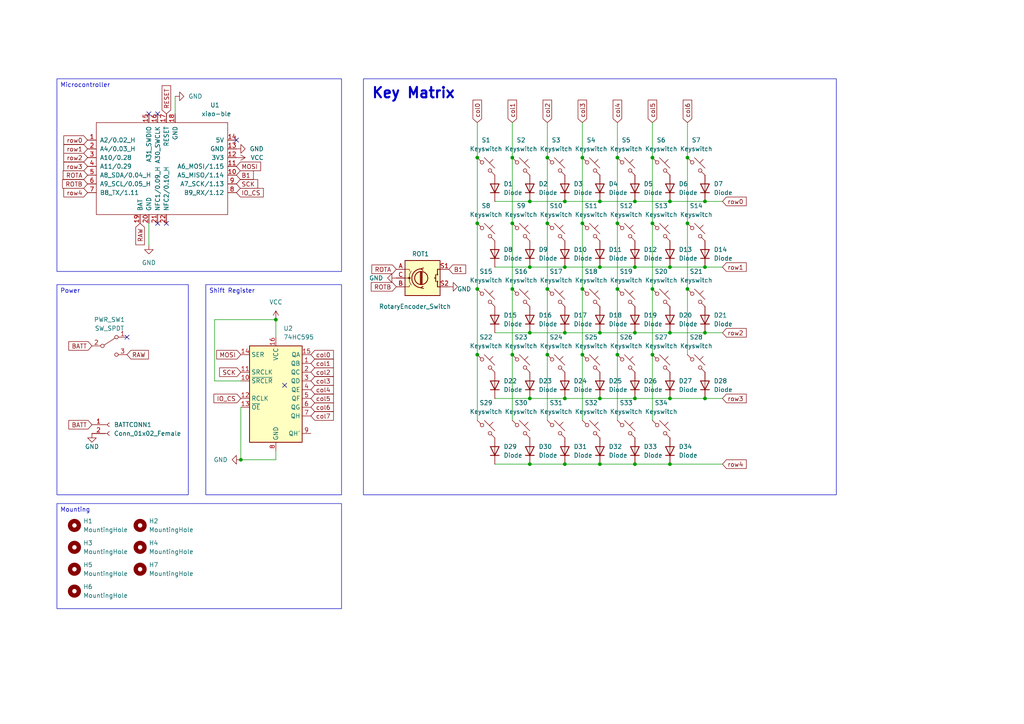
<source format=kicad_sch>
(kicad_sch (version 20231120) (generator "eeschema") (generator_version "8.0")
  (paper "A4")
  (lib_symbols
    (symbol "74xx:74HC595"
      (property "Reference" "U" (at -7.62 13.97 0))
      (property "Value" "74HC595" (at -7.62 -16.51 0))
      (symbol "74HC595_1_0"
        (pin tri_state line (at 10.16 7.62 180) (length 2.54) (name "QB") (number "1"))
        (pin input line (at -10.16 2.54 0) (length 2.54) (name "~{SRCLR}") (number "10"))
        (pin input line (at -10.16 5.08 0) (length 2.54) (name "SRCLK") (number "11"))
        (pin input line (at -10.16 -2.54 0) (length 2.54) (name "RCLK") (number "12"))
        (pin input line (at -10.16 -5.08 0) (length 2.54) (name "~{OE}") (number "13"))
        (pin input line (at -10.16 10.16 0) (length 2.54) (name "SER") (number "14"))
        (pin tri_state line (at 10.16 10.16 180) (length 2.54) (name "QA") (number "15"))
        (pin power_in line (at 0 15.24 270) (length 2.54) (name "VCC") (number "16"))
        (pin tri_state line (at 10.16 5.08 180) (length 2.54) (name "QC") (number "2"))
        (pin tri_state line (at 10.16 2.54 180) (length 2.54) (name "QD") (number "3"))
        (pin tri_state line (at 10.16 0 180) (length 2.54) (name "QE") (number "4"))
        (pin tri_state line (at 10.16 -2.54 180) (length 2.54) (name "QF") (number "5"))
        (pin tri_state line (at 10.16 -5.08 180) (length 2.54) (name "QG") (number "6"))
        (pin tri_state line (at 10.16 -7.62 180) (length 2.54) (name "QH") (number "7"))
        (pin power_in line (at 0 -17.78 90) (length 2.54) (name "GND") (number "8"))
        (pin output line (at 10.16 -12.7 180) (length 2.54) (name "QH'") (number "9"))
      )
      (symbol "74HC595_1_1"
        (rectangle (start -7.62 12.7) (end 7.62 -15.24) (stroke (width 0.254)) (fill (type background)))
      )
    )
    (symbol "Connector:Conn_01x02_Female" (pin_names (offset 1.016) hide)
      (property "Reference" "J" (at 0 2.54 0))
      (property "Value" "Conn_01x02_Female" (at 0 -5.08 0))
      (symbol "Conn_01x02_Female_1_1"
        (arc (start 0 -2.032) (mid -0.5058 -2.54) (end 0 -3.048) (stroke (width 0.1524)))
        (polyline (pts (xy -1.27 -2.54) (xy -0.508 -2.54)) (stroke (width 0.1524)))
        (polyline (pts (xy -1.27 0) (xy -0.508 0)) (stroke (width 0.1524)))
        (arc (start 0 0.508) (mid -0.5058 0) (end 0 -0.508) (stroke (width 0.1524)))
        (pin passive line (at -5.08 0 0) (length 3.81) (name "Pin_1") (number "1"))
        (pin passive line (at -5.08 -2.54 0) (length 3.81) (name "Pin_2") (number "2"))
      )
    )
    (symbol "Device:RotaryEncoder_Switch" (pin_names (offset 0.254) hide)
      (property "Reference" "SW" (at 0 6.604 0))
      (property "Value" "RotaryEncoder_Switch" (at 0 -6.604 0))
      (symbol "RotaryEncoder_Switch_0_1"
        (rectangle (start -5.08 5.08) (end 5.08 -5.08) (stroke (width 0.254)) (fill (type background)))
        (circle (center -3.81 0) (radius 0.254) (fill (type outline)))
        (circle (center -0.381 0) (radius 1.905) (stroke (width 0.254)))
        (arc (start -0.381 2.667) (mid -3.0988 -0.0635) (end -0.381 -2.794) (stroke (width 0.254)))
        (polyline (pts (xy -0.635 -1.778) (xy -0.635 1.778)) (stroke (width 0.254)))
        (polyline (pts (xy -0.381 -1.778) (xy -0.381 1.778)) (stroke (width 0.254)))
        (polyline (pts (xy -0.127 1.778) (xy -0.127 -1.778)) (stroke (width 0.254)))
        (polyline (pts (xy 3.81 0) (xy 3.429 0)) (stroke (width 0.254)))
        (polyline (pts (xy 3.81 1.016) (xy 3.81 -1.016)) (stroke (width 0.254)))
        (polyline (pts (xy -5.08 -2.54) (xy -3.81 -2.54) (xy -3.81 -2.032)))
        (polyline (pts (xy -5.08 2.54) (xy -3.81 2.54) (xy -3.81 2.032)))
        (polyline (pts (xy 0.254 -3.048) (xy -0.508 -2.794) (xy 0.127 -2.413)) (stroke (width 0.254)))
        (polyline (pts (xy 0.254 2.921) (xy -0.508 2.667) (xy 0.127 2.286)) (stroke (width 0.254)))
        (polyline (pts (xy 5.08 -2.54) (xy 4.318 -2.54) (xy 4.318 -1.016)) (stroke (width 0.254)))
        (polyline (pts (xy 5.08 2.54) (xy 4.318 2.54) (xy 4.318 1.016)) (stroke (width 0.254)))
        (polyline (pts (xy -5.08 0) (xy -3.81 0) (xy -3.81 -1.016) (xy -3.302 -2.032)))
        (polyline (pts (xy -4.318 0) (xy -3.81 0) (xy -3.81 1.016) (xy -3.302 2.032)))
        (circle (center 4.318 -1.016) (radius 0.127) (stroke (width 0.254)))
        (circle (center 4.318 1.016) (radius 0.127) (stroke (width 0.254)))
      )
      (symbol "RotaryEncoder_Switch_1_1"
        (pin passive line (at -7.62 2.54 0) (length 2.54) (name "A") (number "A"))
        (pin passive line (at -7.62 -2.54 0) (length 2.54) (name "B") (number "B"))
        (pin passive line (at -7.62 0 0) (length 2.54) (name "C") (number "C"))
        (pin passive line (at 7.62 2.54 180) (length 2.54) (name "S1") (number "S1"))
        (pin passive line (at 7.62 -2.54 180) (length 2.54) (name "S2") (number "S2"))
      )
    )
    (symbol "Mechanical:MountingHole" (pin_names (offset 1.016)) (exclude_from_sim yes) (in_bom no)
      (property "Reference" "H" (at 0 5.08 0))
      (property "Value" "MountingHole" (at 0 3.175 0))
      (symbol "MountingHole_0_1"
        (circle (center 0 0) (radius 1.27) (stroke (width 1.27)))
      )
    )
    (symbol "ScottoKeebs:Placeholder_Diode" (pin_numbers hide) (pin_names hide)
      (property "Reference" "D" (at 0 2.54 0))
      (property "Value" "Diode" (at 0 -2.54 0))
      (symbol "Placeholder_Diode_0_1"
        (polyline (pts (xy -1.27 1.27) (xy -1.27 -1.27)) (stroke (width 0.254)))
        (polyline (pts (xy 1.27 0) (xy -1.27 0)))
        (polyline (pts (xy 1.27 1.27) (xy 1.27 -1.27) (xy -1.27 0) (xy 1.27 1.27)) (stroke (width 0.254)))
      )
      (symbol "Placeholder_Diode_1_1"
        (pin passive line (at -3.81 0 0) (length 2.54) (name "K") (number "1"))
        (pin passive line (at 3.81 0 180) (length 2.54) (name "A") (number "2"))
      )
    )
    (symbol "ScottoKeebs:Placeholder_Keyswitch" (pin_numbers hide) (pin_names (offset 1.016) hide)
      (property "Reference" "S" (at 3.048 1.016 0))
      (property "Value" "Keyswitch" (at 0 -3.81 0))
      (symbol "Placeholder_Keyswitch_0_1"
        (circle (center -1.1684 1.1684) (radius 0.508))
        (polyline (pts (xy -0.508 2.54) (xy 2.54 -0.508)))
        (polyline (pts (xy 1.016 1.016) (xy 2.032 2.032)))
        (polyline (pts (xy -2.54 2.54) (xy -1.524 1.524) (xy -1.524 1.524)))
        (polyline (pts (xy 1.524 -1.524) (xy 2.54 -2.54) (xy 2.54 -2.54) (xy 2.54 -2.54)))
        (circle (center 1.143 -1.1938) (radius 0.508))
        (pin passive line (at -2.54 2.54 0) (length 0) (name "1") (number "1"))
        (pin passive line (at 2.54 -2.54 180) (length 0) (name "2") (number "2"))
      )
    )
    (symbol "Switch:SW_SPDT" (pin_names (offset 0) hide)
      (property "Reference" "SW" (at 0 4.318 0))
      (property "Value" "SW_SPDT" (at 0 -5.08 0))
      (symbol "SW_SPDT_0_0"
        (circle (center -2.032 0) (radius 0.508))
        (circle (center 2.032 -2.54) (radius 0.508))
      )
      (symbol "SW_SPDT_0_1"
        (polyline (pts (xy -1.524 0.254) (xy 1.651 2.286)))
        (circle (center 2.032 2.54) (radius 0.508))
      )
      (symbol "SW_SPDT_1_1"
        (pin passive line (at 5.08 2.54 180) (length 2.54) (name "A") (number "1"))
        (pin passive line (at -5.08 0 0) (length 2.54) (name "B") (number "2"))
        (pin passive line (at 5.08 -2.54 180) (length 2.54) (name "C") (number "3"))
      )
    )
    (symbol "power:GND" (power) (pin_names (offset 0))
      (property "Value" "GND" (at 0 -3.81 0))
      (symbol "GND_0_1"
        (polyline (pts (xy 0 0) (xy 0 -1.27) (xy 1.27 -1.27) (xy 0 -2.54) (xy -1.27 -1.27) (xy 0 -1.27)))
      )
      (symbol "GND_1_1"
        (pin power_in line (at 0 0 270) (length 0) hide (name "GND") (number "1"))
      )
    )
    (symbol "power:VCC" (power) (pin_names (offset 0))
      (property "Value" "VCC" (at 0 3.81 0))
      (symbol "VCC_0_1"
        (polyline (pts (xy -0.762 1.27) (xy 0 2.54)))
        (polyline (pts (xy 0 0) (xy 0 2.54)))
        (polyline (pts (xy 0 2.54) (xy 0.762 1.27)))
      )
      (symbol "VCC_1_1"
        (pin power_in line (at 0 0 90) (length 0) hide (name "VCC") (number "1"))
      )
    )
    (symbol "zzkeeb:MCU_xiao-ble" (pin_names (offset 1.016))
      (property "Reference" "U" (at -17.78 16.51 0))
      (property "Value" "MCU_xiao-ble" (at -15.24 13.97 0))
      (symbol "MCU_xiao-ble_0_1"
        (rectangle (start -19.05 12.7) (end 19.05 -13.97))
      )
      (symbol "MCU_xiao-ble_1_1"
        (pin bidirectional line (at -21.59 7.62 0) (length 2.54) (name "A2/0.02_H") (number "1"))
        (pin bidirectional line (at 21.59 -2.54 180) (length 2.54) (name "A5_MISO/1.14") (number "10"))
        (pin bidirectional line (at 21.59 0 180) (length 2.54) (name "A6_MOSI/1.15") (number "11"))
        (pin power_out line (at 21.59 2.54 180) (length 2.54) (name "3V3") (number "12"))
        (pin power_out line (at 21.59 5.08 180) (length 2.54) (name "GND") (number "13"))
        (pin power_out line (at 21.59 7.62 180) (length 2.54) (name "5V") (number "14"))
        (pin input line (at -3.81 15.24 270) (length 2.54) (name "A31_SWDIO") (number "15"))
        (pin input line (at -1.27 15.24 270) (length 2.54) (name "A30_SWCLK") (number "16"))
        (pin input line (at 1.27 15.24 270) (length 2.54) (name "RESET") (number "17"))
        (pin power_out line (at 3.81 15.24 270) (length 2.54) (name "GND") (number "18"))
        (pin bidirectional line (at -6.35 -16.51 90) (length 2.54) (name "BAT") (number "19"))
        (pin bidirectional line (at -21.59 5.08 0) (length 2.54) (name "A4/0.03_H") (number "2"))
        (pin power_out line (at -3.81 -16.51 90) (length 2.54) (name "GND") (number "20"))
        (pin bidirectional line (at -1.27 -16.51 90) (length 2.54) (name "NFC1/0.09_H") (number "21"))
        (pin bidirectional line (at 1.27 -16.51 90) (length 2.54) (name "NFC2/0.10_H") (number "22"))
        (pin bidirectional line (at -21.59 2.54 0) (length 2.54) (name "A10/0.28") (number "3"))
        (pin bidirectional line (at -21.59 0 0) (length 2.54) (name "A11/0.29") (number "4"))
        (pin bidirectional line (at -21.59 -2.54 0) (length 2.54) (name "A8_SDA/0.04_H") (number "5"))
        (pin bidirectional line (at -21.59 -5.08 0) (length 2.54) (name "A9_SCL/0.05_H") (number "6"))
        (pin bidirectional line (at -21.59 -7.62 0) (length 2.54) (name "B8_TX/1.11") (number "7"))
        (pin bidirectional line (at 21.59 -7.62 180) (length 2.54) (name "B9_RX/1.12") (number "8"))
        (pin bidirectional line (at 21.59 -5.08 180) (length 2.54) (name "A7_SCK/1.13") (number "9"))
      )
    )
  )
  (junction (at 194.31 77.47))
  (junction (at 199.39 64.77))
  (junction (at 173.99 77.47))
  (junction (at 189.23 83.82))
  (junction (at 179.07 45.72))
  (junction (at 69.85 133.35))
  (junction (at 138.43 102.87))
  (junction (at 179.07 102.87))
  (junction (at 158.75 45.72))
  (junction (at 138.43 45.72))
  (junction (at 153.67 58.42))
  (junction (at 80.01 92.71))
  (junction (at 138.43 83.82))
  (junction (at 204.47 77.47))
  (junction (at 184.15 58.42))
  (junction (at 199.39 45.72))
  (junction (at 153.67 115.57))
  (junction (at 168.91 45.72))
  (junction (at 148.59 64.77))
  (junction (at 194.31 115.57))
  (junction (at 179.07 64.77))
  (junction (at 163.83 134.62))
  (junction (at 179.07 83.82))
  (junction (at 148.59 45.72))
  (junction (at 173.99 134.62))
  (junction (at 189.23 45.72))
  (junction (at 184.15 96.52))
  (junction (at 189.23 64.77))
  (junction (at 173.99 58.42))
  (junction (at 194.31 58.42))
  (junction (at 163.83 96.52))
  (junction (at 194.31 96.52))
  (junction (at 194.31 134.62))
  (junction (at 204.47 96.52))
  (junction (at 153.67 77.47))
  (junction (at 153.67 134.62))
  (junction (at 173.99 96.52))
  (junction (at 153.67 96.52))
  (junction (at 163.83 58.42))
  (junction (at 148.59 83.82))
  (junction (at 168.91 83.82))
  (junction (at 189.23 102.87))
  (junction (at 184.15 77.47))
  (junction (at 158.75 64.77))
  (junction (at 138.43 64.77))
  (junction (at 184.15 134.62))
  (junction (at 173.99 115.57))
  (junction (at 163.83 115.57))
  (junction (at 168.91 64.77))
  (junction (at 148.59 102.87))
  (junction (at 158.75 102.87))
  (junction (at 158.75 83.82))
  (junction (at 204.47 115.57))
  (junction (at 163.83 77.47))
  (junction (at 204.47 58.42))
  (junction (at 168.91 102.87))
  (junction (at 184.15 115.57))
  (junction (at 199.39 83.82))
  (no_connect (at 43.18 33.02))
  (no_connect (at 36.83 97.79))
  (no_connect (at 82.55 111.76))
  (no_connect (at 68.58 40.64))
  (no_connect (at 45.72 33.02))
  (no_connect (at 45.72 64.77))
  (no_connect (at 48.26 64.77))
  (wire (pts (xy 204.47 58.42) (xy 209.55 58.42)))
  (wire (pts (xy 194.31 96.52) (xy 204.47 96.52)))
  (wire (pts (xy 143.51 77.47) (xy 153.67 77.47)))
  (wire (pts (xy 179.07 35.56) (xy 179.07 45.72)))
  (wire (pts (xy 153.67 134.62) (xy 163.83 134.62)))
  (wire (pts (xy 179.07 64.77) (xy 179.07 83.82)))
  (wire (pts (xy 158.75 45.72) (xy 158.75 64.77)))
  (wire (pts (xy 168.91 35.56) (xy 168.91 45.72)))
  (wire (pts (xy 158.75 102.87) (xy 158.75 121.92)))
  (wire (pts (xy 199.39 83.82) (xy 199.39 102.87)))
  (wire (pts (xy 138.43 35.56) (xy 138.43 45.72)))
  (wire (pts (xy 163.83 115.57) (xy 173.99 115.57)))
  (wire (pts (xy 168.91 45.72) (xy 168.91 64.77)))
  (wire (pts (xy 168.91 102.87) (xy 168.91 121.92)))
  (wire (pts (xy 168.91 64.77) (xy 168.91 83.82)))
  (wire (pts (xy 173.99 134.62) (xy 184.15 134.62)))
  (wire (pts (xy 62.23 92.71) (xy 80.01 92.71)))
  (wire (pts (xy 189.23 45.72) (xy 189.23 64.77)))
  (wire (pts (xy 43.18 71.12) (xy 43.18 64.77)))
  (wire (pts (xy 153.67 96.52) (xy 163.83 96.52)))
  (wire (pts (xy 138.43 45.72) (xy 138.43 64.77)))
  (wire (pts (xy 189.23 64.77) (xy 189.23 83.82)))
  (wire (pts (xy 163.83 96.52) (xy 173.99 96.52)))
  (wire (pts (xy 153.67 115.57) (xy 163.83 115.57)))
  (wire (pts (xy 199.39 35.56) (xy 199.39 45.72)))
  (wire (pts (xy 179.07 102.87) (xy 179.07 121.92)))
  (wire (pts (xy 199.39 45.72) (xy 199.39 64.77)))
  (wire (pts (xy 158.75 83.82) (xy 158.75 102.87)))
  (wire (pts (xy 184.15 58.42) (xy 194.31 58.42)))
  (wire (pts (xy 184.15 115.57) (xy 194.31 115.57)))
  (wire (pts (xy 143.51 58.42) (xy 153.67 58.42)))
  (wire (pts (xy 173.99 58.42) (xy 184.15 58.42)))
  (wire (pts (xy 80.01 92.71) (xy 80.01 97.79)))
  (wire (pts (xy 194.31 115.57) (xy 204.47 115.57)))
  (wire (pts (xy 138.43 83.82) (xy 138.43 102.87)))
  (wire (pts (xy 194.31 58.42) (xy 204.47 58.42)))
  (wire (pts (xy 153.67 58.42) (xy 163.83 58.42)))
  (wire (pts (xy 69.85 118.11) (xy 69.85 133.35)))
  (wire (pts (xy 184.15 134.62) (xy 194.31 134.62)))
  (wire (pts (xy 158.75 64.77) (xy 158.75 83.82)))
  (wire (pts (xy 204.47 115.57) (xy 209.55 115.57)))
  (wire (pts (xy 148.59 83.82) (xy 148.59 102.87)))
  (wire (pts (xy 69.85 133.35) (xy 80.01 133.35)))
  (wire (pts (xy 189.23 102.87) (xy 189.23 121.92)))
  (wire (pts (xy 138.43 102.87) (xy 138.43 121.92)))
  (wire (pts (xy 148.59 64.77) (xy 148.59 83.82)))
  (wire (pts (xy 184.15 77.47) (xy 194.31 77.47)))
  (wire (pts (xy 204.47 77.47) (xy 209.55 77.47)))
  (wire (pts (xy 143.51 115.57) (xy 153.67 115.57)))
  (wire (pts (xy 163.83 58.42) (xy 173.99 58.42)))
  (wire (pts (xy 199.39 64.77) (xy 199.39 83.82)))
  (wire (pts (xy 148.59 35.56) (xy 148.59 45.72)))
  (wire (pts (xy 189.23 83.82) (xy 189.23 102.87)))
  (wire (pts (xy 173.99 115.57) (xy 184.15 115.57)))
  (wire (pts (xy 189.23 35.56) (xy 189.23 45.72)))
  (wire (pts (xy 179.07 83.82) (xy 179.07 102.87)))
  (wire (pts (xy 194.31 77.47) (xy 204.47 77.47)))
  (wire (pts (xy 80.01 130.81) (xy 80.01 133.35)))
  (wire (pts (xy 173.99 77.47) (xy 184.15 77.47)))
  (wire (pts (xy 158.75 35.56) (xy 158.75 45.72)))
  (wire (pts (xy 143.51 134.62) (xy 153.67 134.62)))
  (wire (pts (xy 179.07 45.72) (xy 179.07 64.77)))
  (wire (pts (xy 143.51 96.52) (xy 153.67 96.52)))
  (wire (pts (xy 69.85 110.49) (xy 62.23 110.49)))
  (wire (pts (xy 163.83 77.47) (xy 173.99 77.47)))
  (wire (pts (xy 148.59 102.87) (xy 148.59 121.92)))
  (wire (pts (xy 50.8 27.94) (xy 50.8 33.02)))
  (wire (pts (xy 168.91 83.82) (xy 168.91 102.87)))
  (wire (pts (xy 62.23 110.49) (xy 62.23 92.71)))
  (wire (pts (xy 148.59 45.72) (xy 148.59 64.77)))
  (wire (pts (xy 184.15 96.52) (xy 194.31 96.52)))
  (wire (pts (xy 138.43 64.77) (xy 138.43 83.82)))
  (wire (pts (xy 163.83 134.62) (xy 173.99 134.62)))
  (wire (pts (xy 194.31 134.62) (xy 209.55 134.62)))
  (wire (pts (xy 173.99 96.52) (xy 184.15 96.52)))
  (wire (pts (xy 204.47 96.52) (xy 209.55 96.52)))
  (wire (pts (xy 153.67 77.47) (xy 163.83 77.47)))
  (text_box "Microcontroller\n" (at 16.51 22.86 0) (size 82.55 55.88) (effects (font (size 1.27 1.27)) (justify left top)))
  (text_box "Power\n" (at 16.51 82.55 0) (size 38.1 60.96) (effects (font (size 1.27 1.27)) (justify left top)))
  (text_box "Shift Register" (at 59.69 82.55 0) (size 39.37 60.96) (effects (font (size 1.27 1.27)) (justify left top)))
  (text_box "Key Matrix\n" (at 105.41 22.86 0) (size 137.16 120.65) (effects (font (size 3 3) (thickness 0.6) (bold yes)) (justify left top)))
  (text_box "Mounting\n" (at 16.51 146.05 0) (size 82.55 30.48) (effects (font (size 1.27 1.27)) (justify left top)))
  (global_label "row4" (shape input) (at 25.4 55.88 180) (property "Intersheetrefs" "${INTERSHEET_REFS}" (effects (hide yes))))
  (global_label "RAW" (shape input) (at 40.64 64.77 270) (property "Intersheetrefs" "${INTERSHEET_REFS}" (effects (hide yes))))
  (global_label "IO_CS" (shape input) (at 68.58 55.88 0) (property "Intersheetrefs" "${INTERSHEET_REFS}" (effects (hide yes))))
  (global_label "RESET" (shape input) (at 48.26 33.02 90) (property "Intersheetrefs" "${INTERSHEET_REFS}" (effects (hide yes))))
  (global_label "col7" (shape input) (at 90.17 120.65 0) (property "Intersheetrefs" "${INTERSHEET_REFS}" (effects (hide yes))))
  (global_label "row2" (shape input) (at 25.4 45.72 180) (property "Intersheetrefs" "${INTERSHEET_REFS}" (effects (hide yes))))
  (global_label "row3" (shape input) (at 25.4 48.26 180) (property "Intersheetrefs" "${INTERSHEET_REFS}" (effects (hide yes))))
  (global_label "row0" (shape input) (at 25.4 40.64 180) (property "Intersheetrefs" "${INTERSHEET_REFS}" (effects (hide yes))))
  (global_label "RAW" (shape input) (at 36.83 102.87 0) (property "Intersheetrefs" "${INTERSHEET_REFS}" (effects (hide yes))))
  (global_label "ROTB" (shape input) (at 114.935 83.185 180) (property "Intersheetrefs" "${INTERSHEET_REFS}" (effects (hide yes))))
  (global_label "row0" (shape input) (at 209.55 58.42 0) (property "Intersheetrefs" "${INTERSHEET_REFS}" (effects (hide yes))))
  (global_label "MOSI" (shape input) (at 69.85 102.87 180) (property "Intersheetrefs" "${INTERSHEET_REFS}" (effects (hide yes))))
  (global_label "col4" (shape input) (at 90.17 113.03 0) (property "Intersheetrefs" "${INTERSHEET_REFS}" (effects (hide yes))))
  (global_label "col6" (shape input) (at 199.39 35.56 90) (property "Intersheetrefs" "${INTERSHEET_REFS}" (effects (hide yes))))
  (global_label "col0" (shape input) (at 138.43 35.56 90) (property "Intersheetrefs" "${INTERSHEET_REFS}" (effects (hide yes))))
  (global_label "col1" (shape input) (at 90.17 105.41 0) (property "Intersheetrefs" "${INTERSHEET_REFS}" (effects (hide yes))))
  (global_label "IO_CS" (shape input) (at 69.85 115.57 180) (property "Intersheetrefs" "${INTERSHEET_REFS}" (effects (hide yes))))
  (global_label "row4" (shape input) (at 209.55 134.62 0) (property "Intersheetrefs" "${INTERSHEET_REFS}" (effects (hide yes))))
  (global_label "col3" (shape input) (at 90.17 110.49 0) (property "Intersheetrefs" "${INTERSHEET_REFS}" (effects (hide yes))))
  (global_label "B1" (shape input) (at 68.58 50.8 0) (property "Intersheetrefs" "${INTERSHEET_REFS}" (effects (hide yes))))
  (global_label "ROTB" (shape input) (at 25.4 53.34 180) (property "Intersheetrefs" "${INTERSHEET_REFS}" (effects (hide yes))))
  (global_label "col2" (shape input) (at 158.75 35.56 90) (property "Intersheetrefs" "${INTERSHEET_REFS}" (effects (hide yes))))
  (global_label "row1" (shape input) (at 25.4 43.18 180) (property "Intersheetrefs" "${INTERSHEET_REFS}" (effects (hide yes))))
  (global_label "SCK" (shape input) (at 68.58 53.34 0) (property "Intersheetrefs" "${INTERSHEET_REFS}" (effects (hide yes))))
  (global_label "col2" (shape input) (at 90.17 107.95 0) (property "Intersheetrefs" "${INTERSHEET_REFS}" (effects (hide yes))))
  (global_label "row3" (shape input) (at 209.55 115.57 0) (property "Intersheetrefs" "${INTERSHEET_REFS}" (effects (hide yes))))
  (global_label "row2" (shape input) (at 209.55 96.52 0) (property "Intersheetrefs" "${INTERSHEET_REFS}" (effects (hide yes))))
  (global_label "row1" (shape input) (at 209.55 77.47 0) (property "Intersheetrefs" "${INTERSHEET_REFS}" (effects (hide yes))))
  (global_label "ROTA" (shape input) (at 114.935 78.105 180) (property "Intersheetrefs" "${INTERSHEET_REFS}" (effects (hide yes))))
  (global_label "B1" (shape input) (at 130.175 78.105 0) (property "Intersheetrefs" "${INTERSHEET_REFS}" (effects (hide yes))))
  (global_label "BATT" (shape input) (at 26.67 123.19 180) (property "Intersheetrefs" "${INTERSHEET_REFS}" (effects (hide yes))))
  (global_label "MOSI" (shape input) (at 68.58 48.26 0) (property "Intersheetrefs" "${INTERSHEET_REFS}" (effects (hide yes))))
  (global_label "ROTA" (shape input) (at 25.4 50.8 180) (property "Intersheetrefs" "${INTERSHEET_REFS}" (effects (hide yes))))
  (global_label "BATT" (shape input) (at 26.67 100.33 180) (property "Intersheetrefs" "${INTERSHEET_REFS}" (effects (hide yes))))
  (global_label "col4" (shape input) (at 179.07 35.56 90) (property "Intersheetrefs" "${INTERSHEET_REFS}" (effects (hide yes))))
  (global_label "col0" (shape input) (at 90.17 102.87 0) (property "Intersheetrefs" "${INTERSHEET_REFS}" (effects (hide yes))))
  (global_label "col3" (shape input) (at 168.91 35.56 90) (property "Intersheetrefs" "${INTERSHEET_REFS}" (effects (hide yes))))
  (global_label "SCK" (shape input) (at 69.85 107.95 180) (property "Intersheetrefs" "${INTERSHEET_REFS}" (effects (hide yes))))
  (global_label "col5" (shape input) (at 189.23 35.56 90) (property "Intersheetrefs" "${INTERSHEET_REFS}" (effects (hide yes))))
  (global_label "col1" (shape input) (at 148.59 35.56 90) (property "Intersheetrefs" "${INTERSHEET_REFS}" (effects (hide yes))))
  (global_label "col5" (shape input) (at 90.17 115.57 0) (property "Intersheetrefs" "${INTERSHEET_REFS}" (effects (hide yes))))
  (global_label "col6" (shape input) (at 90.17 118.11 0) (property "Intersheetrefs" "${INTERSHEET_REFS}" (effects (hide yes))))
  (symbol (lib_id "Mechanical:MountingHole") (at 21.59 158.75 0) (unit 1) (exclude_from_sim yes) (in_bom no)
    (property "Reference" "H3" (at 24.13 157.4799 0) (effects (justify left)))
    (property "Value" "MountingHole" (at 24.13 160.0199 0) (effects (justify left)))
    (property "Footprint" "MountingHole:MountingHole_2.2mm_M2" (effects (hide yes)))
    (property "Description" "Mounting Hole without connection" (effects (hide yes)))
  )
  (symbol (lib_id "ScottoKeebs:Placeholder_Keyswitch") (at 151.13 124.46 0) (unit 1)
    (property "Reference" "S30" (at 151.13 116.84 0))
    (property "Value" "Keyswitch" (at 151.13 119.38 0))
    (property "Footprint" "wackymxter:MX_Choc_Hotswap" (effects (hide yes)))
  )
  (symbol (lib_id "power:GND") (at 114.935 80.645 270) (unit 1)
    (property "Reference" "#PWR02" (effects (hide yes)))
    (property "Value" "GND" (at 111.125 80.645 90) (effects (justify right)))
  )
  (symbol (lib_id "ScottoKeebs:Placeholder_Diode") (at 194.31 130.81 90) (unit 1)
    (property "Reference" "D34" (at 196.85 129.54 90) (effects (justify right)))
    (property "Value" "Diode" (at 196.85 132.08 90) (effects (justify right)))
    (property "Footprint" "wackymxter:HybridDiode" (effects (hide yes)))
    (property "Sim.Device" "D" (effects (hide yes)))
    (property "Sim.Pins" "1=K 2=A" (effects (hide yes)))
  )
  (symbol (lib_id "ScottoKeebs:Placeholder_Keyswitch") (at 181.61 124.46 0) (unit 1)
    (property "Reference" "S33" (at 181.61 116.84 0))
    (property "Value" "Keyswitch" (at 181.61 119.38 0))
    (property "Footprint" "wackymxter:MX_Choc_Hotswap" (effects (hide yes)))
  )
  (symbol (lib_id "ScottoKeebs:Placeholder_Diode") (at 143.51 92.71 90) (unit 1)
    (property "Reference" "D15" (at 146.05 91.44 90) (effects (justify right)))
    (property "Value" "Diode" (at 146.05 93.98 90) (effects (justify right)))
    (property "Footprint" "wackymxter:HybridDiode" (effects (hide yes)))
    (property "Sim.Device" "D" (effects (hide yes)))
    (property "Sim.Pins" "1=K 2=A" (effects (hide yes)))
  )
  (symbol (lib_id "Device:RotaryEncoder_Switch") (at 122.555 80.645 0) (unit 1)
    (property "Reference" "ROT1" (at 124.46 73.66 0) (effects (justify right)))
    (property "Value" "RotaryEncoder_Switch" (at 130.81 88.9 0) (effects (justify right)))
    (property "Footprint" "Rotary_Encoder:RotaryEncoder_Alps_EC11E-Switch_Vertical_H20mm" (effects (hide yes)))
  )
  (symbol (lib_id "ScottoKeebs:Placeholder_Diode") (at 184.15 111.76 90) (unit 1)
    (property "Reference" "D26" (at 186.69 110.49 90) (effects (justify right)))
    (property "Value" "Diode" (at 186.69 113.03 90) (effects (justify right)))
    (property "Footprint" "wackymxter:HybridDiode" (effects (hide yes)))
    (property "Sim.Device" "D" (effects (hide yes)))
    (property "Sim.Pins" "1=K 2=A" (effects (hide yes)))
  )
  (symbol (lib_id "ScottoKeebs:Placeholder_Keyswitch") (at 140.97 67.31 0) (unit 1)
    (property "Reference" "S8" (at 140.97 59.69 0))
    (property "Value" "Keyswitch" (at 140.97 62.23 0))
    (property "Footprint" "wackymxter:MX_Choc_Hotswap" (effects (hide yes)))
  )
  (symbol (lib_id "ScottoKeebs:Placeholder_Diode") (at 184.15 73.66 90) (unit 1)
    (property "Reference" "D12" (at 186.69 72.39 90) (effects (justify right)))
    (property "Value" "Diode" (at 186.69 74.93 90) (effects (justify right)))
    (property "Footprint" "wackymxter:HybridDiode" (effects (hide yes)))
    (property "Sim.Device" "D" (effects (hide yes)))
    (property "Sim.Pins" "1=K 2=A" (effects (hide yes)))
  )
  (symbol (lib_id "ScottoKeebs:Placeholder_Diode") (at 163.83 73.66 90) (unit 1)
    (property "Reference" "D10" (at 166.37 72.39 90) (effects (justify right)))
    (property "Value" "Diode" (at 166.37 74.93 90) (effects (justify right)))
    (property "Footprint" "wackymxter:HybridDiode" (effects (hide yes)))
    (property "Sim.Device" "D" (effects (hide yes)))
    (property "Sim.Pins" "1=K 2=A" (effects (hide yes)))
  )
  (symbol (lib_id "Mechanical:MountingHole") (at 40.64 165.1 0) (unit 1) (exclude_from_sim yes) (in_bom no)
    (property "Reference" "H7" (at 43.18 163.8299 0) (effects (justify left)))
    (property "Value" "MountingHole" (at 43.18 166.3699 0) (effects (justify left)))
    (property "Footprint" "MountingHole:MountingHole_2.2mm_M2" (effects (hide yes)))
    (property "Description" "Mounting Hole without connection" (effects (hide yes)))
  )
  (symbol (lib_id "ScottoKeebs:Placeholder_Keyswitch") (at 171.45 86.36 0) (unit 1)
    (property "Reference" "S18" (at 171.45 78.74 0))
    (property "Value" "Keyswitch" (at 171.45 81.28 0))
    (property "Footprint" "wackymxter:MX_Choc_Hotswap" (effects (hide yes)))
  )
  (symbol (lib_id "ScottoKeebs:Placeholder_Diode") (at 153.67 73.66 90) (unit 1)
    (property "Reference" "D9" (at 156.21 72.39 90) (effects (justify right)))
    (property "Value" "Diode" (at 156.21 74.93 90) (effects (justify right)))
    (property "Footprint" "wackymxter:HybridDiode" (effects (hide yes)))
    (property "Sim.Device" "D" (effects (hide yes)))
    (property "Sim.Pins" "1=K 2=A" (effects (hide yes)))
  )
  (symbol (lib_id "74xx:74HC595") (at 80.01 113.03 0) (unit 1)
    (property "Reference" "U2" (at 82.2041 95.25 0) (effects (justify left)))
    (property "Value" "74HC595" (at 82.2041 97.79 0) (effects (justify left)))
    (property "Footprint" "Package_SO:SOP-16_3.9x9.9mm_P1.27mm" (effects (hide yes)))
    (property "Datasheet" "http://www.ti.com/lit/ds/symlink/sn74hc595.pdf" (effects (hide yes)))
  )
  (symbol (lib_id "power:GND") (at 50.8 27.94 90) (unit 1)
    (property "Reference" "#PWR05" (effects (hide yes)))
    (property "Value" "GND" (at 54.61 27.94 90) (effects (justify right)))
  )
  (symbol (lib_id "ScottoKeebs:Placeholder_Diode") (at 173.99 111.76 90) (unit 1)
    (property "Reference" "D25" (at 176.53 110.49 90) (effects (justify right)))
    (property "Value" "Diode" (at 176.53 113.03 90) (effects (justify right)))
    (property "Footprint" "wackymxter:HybridDiode" (effects (hide yes)))
    (property "Sim.Device" "D" (effects (hide yes)))
    (property "Sim.Pins" "1=K 2=A" (effects (hide yes)))
  )
  (symbol (lib_id "ScottoKeebs:Placeholder_Keyswitch") (at 161.29 48.26 0) (unit 1)
    (property "Reference" "S3" (at 161.29 40.64 0))
    (property "Value" "Keyswitch" (at 161.29 43.18 0))
    (property "Footprint" "wackymxter:MX_Choc_Hotswap" (effects (hide yes)))
  )
  (symbol (lib_id "ScottoKeebs:Placeholder_Keyswitch") (at 140.97 86.36 0) (unit 1)
    (property "Reference" "S15" (at 140.97 78.74 0))
    (property "Value" "Keyswitch" (at 140.97 81.28 0))
    (property "Footprint" "wackymxter:MX_Choc_Hotswap" (effects (hide yes)))
  )
  (symbol (lib_id "ScottoKeebs:Placeholder_Keyswitch") (at 140.97 48.26 0) (unit 1)
    (property "Reference" "S1" (at 140.97 40.64 0))
    (property "Value" "Keyswitch" (at 140.97 43.18 0))
    (property "Footprint" "wackymxter:MX_Choc_Hotswap" (effects (hide yes)))
  )
  (symbol (lib_id "ScottoKeebs:Placeholder_Keyswitch") (at 161.29 124.46 0) (unit 1)
    (property "Reference" "S31" (at 161.29 116.84 0))
    (property "Value" "Keyswitch" (at 161.29 119.38 0))
    (property "Footprint" "wackymxter:MX_Choc_Hotswap" (effects (hide yes)))
  )
  (symbol (lib_id "power:GND") (at 130.175 83.185 90) (unit 1)
    (property "Reference" "#PWR01" (effects (hide yes)))
    (property "Value" "GND" (at 134.62 83.82 90))
  )
  (symbol (lib_id "ScottoKeebs:Placeholder_Diode") (at 184.15 54.61 90) (unit 1)
    (property "Reference" "D5" (at 186.69 53.34 90) (effects (justify right)))
    (property "Value" "Diode" (at 186.69 55.88 90) (effects (justify right)))
    (property "Footprint" "wackymxter:HybridDiode" (effects (hide yes)))
    (property "Sim.Device" "D" (effects (hide yes)))
    (property "Sim.Pins" "1=K 2=A" (effects (hide yes)))
  )
  (symbol (lib_id "ScottoKeebs:Placeholder_Diode") (at 143.51 54.61 90) (unit 1)
    (property "Reference" "D1" (at 146.05 53.34 90) (effects (justify right)))
    (property "Value" "Diode" (at 146.05 55.88 90) (effects (justify right)))
    (property "Footprint" "wackymxter:HybridDiode" (effects (hide yes)))
    (property "Sim.Device" "D" (effects (hide yes)))
    (property "Sim.Pins" "1=K 2=A" (effects (hide yes)))
  )
  (symbol (lib_id "ScottoKeebs:Placeholder_Diode") (at 204.47 54.61 90) (unit 1)
    (property "Reference" "D7" (at 207.01 53.34 90) (effects (justify right)))
    (property "Value" "Diode" (at 207.01 55.88 90) (effects (justify right)))
    (property "Footprint" "wackymxter:HybridDiode" (effects (hide yes)))
    (property "Sim.Device" "D" (effects (hide yes)))
    (property "Sim.Pins" "1=K 2=A" (effects (hide yes)))
  )
  (symbol (lib_id "ScottoKeebs:Placeholder_Keyswitch") (at 201.93 48.26 0) (unit 1)
    (property "Reference" "S7" (at 201.93 40.64 0))
    (property "Value" "Keyswitch" (at 201.93 43.18 0))
    (property "Footprint" "wackymxter:MX_Choc_Hotswap" (effects (hide yes)))
  )
  (symbol (lib_id "ScottoKeebs:Placeholder_Keyswitch") (at 191.77 124.46 0) (unit 1)
    (property "Reference" "S34" (at 191.77 116.84 0))
    (property "Value" "Keyswitch" (at 191.77 119.38 0))
    (property "Footprint" "wackymxter:MX_Choc_Hotswap" (effects (hide yes)))
  )
  (symbol (lib_id "ScottoKeebs:Placeholder_Diode") (at 204.47 111.76 90) (unit 1)
    (property "Reference" "D28" (at 207.01 110.49 90) (effects (justify right)))
    (property "Value" "Diode" (at 207.01 113.03 90) (effects (justify right)))
    (property "Footprint" "wackymxter:HybridDiode" (effects (hide yes)))
    (property "Sim.Device" "D" (effects (hide yes)))
    (property "Sim.Pins" "1=K 2=A" (effects (hide yes)))
  )
  (symbol (lib_id "ScottoKeebs:Placeholder_Keyswitch") (at 151.13 86.36 0) (unit 1)
    (property "Reference" "S16" (at 151.13 78.74 0))
    (property "Value" "Keyswitch" (at 151.13 81.28 0))
    (property "Footprint" "wackymxter:MX_Choc_Hotswap" (effects (hide yes)))
  )
  (symbol (lib_id "ScottoKeebs:Placeholder_Diode") (at 204.47 73.66 90) (unit 1)
    (property "Reference" "D14" (at 207.01 72.39 90) (effects (justify right)))
    (property "Value" "Diode" (at 207.01 74.93 90) (effects (justify right)))
    (property "Footprint" "wackymxter:HybridDiode" (effects (hide yes)))
    (property "Sim.Device" "D" (effects (hide yes)))
    (property "Sim.Pins" "1=K 2=A" (effects (hide yes)))
  )
  (symbol (lib_id "Mechanical:MountingHole") (at 21.59 171.45 0) (unit 1) (exclude_from_sim yes) (in_bom no)
    (property "Reference" "H6" (at 24.13 170.1799 0) (effects (justify left)))
    (property "Value" "MountingHole" (at 24.13 172.7199 0) (effects (justify left)))
    (property "Footprint" "MountingHole:MountingHole_2.2mm_M2" (effects (hide yes)))
    (property "Description" "Mounting Hole without connection" (effects (hide yes)))
  )
  (symbol (lib_id "ScottoKeebs:Placeholder_Diode") (at 143.51 130.81 90) (unit 1)
    (property "Reference" "D29" (at 146.05 129.54 90) (effects (justify right)))
    (property "Value" "Diode" (at 146.05 132.08 90) (effects (justify right)))
    (property "Footprint" "wackymxter:HybridDiode" (effects (hide yes)))
    (property "Sim.Device" "D" (effects (hide yes)))
    (property "Sim.Pins" "1=K 2=A" (effects (hide yes)))
  )
  (symbol (lib_id "ScottoKeebs:Placeholder_Diode") (at 163.83 111.76 90) (unit 1)
    (property "Reference" "D24" (at 166.37 110.49 90) (effects (justify right)))
    (property "Value" "Diode" (at 166.37 113.03 90) (effects (justify right)))
    (property "Footprint" "wackymxter:HybridDiode" (effects (hide yes)))
    (property "Sim.Device" "D" (effects (hide yes)))
    (property "Sim.Pins" "1=K 2=A" (effects (hide yes)))
  )
  (symbol (lib_id "ScottoKeebs:Placeholder_Keyswitch") (at 201.93 105.41 0) (unit 1)
    (property "Reference" "S28" (at 201.93 97.79 0))
    (property "Value" "Keyswitch" (at 201.93 100.33 0))
    (property "Footprint" "wackymxter:MX_Choc_Hotswap" (effects (hide yes)))
  )
  (symbol (lib_id "zzkeeb:MCU_xiao-ble") (at 46.99 48.26 0) (unit 1)
    (property "Reference" "U1" (at 60.96 30.48 0) (effects (justify left)))
    (property "Value" "xiao-ble" (at 58.42 33.02 0) (effects (justify left)))
    (property "Footprint" "wackymxter:xiao-ble-smd-cutout" (effects (hide yes)))
  )
  (symbol (lib_id "ScottoKeebs:Placeholder_Diode") (at 163.83 92.71 90) (unit 1)
    (property "Reference" "D17" (at 166.37 91.44 90) (effects (justify right)))
    (property "Value" "Diode" (at 166.37 93.98 90) (effects (justify right)))
    (property "Footprint" "wackymxter:HybridDiode" (effects (hide yes)))
    (property "Sim.Device" "D" (effects (hide yes)))
    (property "Sim.Pins" "1=K 2=A" (effects (hide yes)))
  )
  (symbol (lib_id "Mechanical:MountingHole") (at 40.64 158.75 0) (unit 1) (exclude_from_sim yes) (in_bom no)
    (property "Reference" "H4" (at 43.18 157.4799 0) (effects (justify left)))
    (property "Value" "MountingHole" (at 43.18 160.0199 0) (effects (justify left)))
    (property "Footprint" "MountingHole:MountingHole_2.2mm_M2" (effects (hide yes)))
    (property "Description" "Mounting Hole without connection" (effects (hide yes)))
  )
  (symbol (lib_id "ScottoKeebs:Placeholder_Keyswitch") (at 171.45 124.46 0) (unit 1)
    (property "Reference" "S32" (at 171.45 116.84 0))
    (property "Value" "Keyswitch" (at 171.45 119.38 0))
    (property "Footprint" "wackymxter:MX_Choc_Hotswap" (effects (hide yes)))
  )
  (symbol (lib_id "power:GND") (at 69.85 133.35 270) (unit 1)
    (property "Reference" "#PWR09" (effects (hide yes)))
    (property "Value" "GND" (at 66.04 133.35 90) (effects (justify right)))
  )
  (symbol (lib_id "power:GND") (at 26.67 125.73 0) (unit 1)
    (property "Reference" "#PWR07" (effects (hide yes)))
    (property "Value" "GND" (at 26.67 129.54 0))
  )
  (symbol (lib_id "ScottoKeebs:Placeholder_Keyswitch") (at 151.13 48.26 0) (unit 1)
    (property "Reference" "S2" (at 151.13 40.64 0))
    (property "Value" "Keyswitch" (at 151.13 43.18 0))
    (property "Footprint" "wackymxter:MX_Choc_Hotswap" (effects (hide yes)))
  )
  (symbol (lib_id "ScottoKeebs:Placeholder_Diode") (at 204.47 92.71 90) (unit 1)
    (property "Reference" "D21" (at 207.01 91.44 90) (effects (justify right)))
    (property "Value" "Diode" (at 207.01 93.98 90) (effects (justify right)))
    (property "Footprint" "wackymxter:HybridDiode" (effects (hide yes)))
    (property "Sim.Device" "D" (effects (hide yes)))
    (property "Sim.Pins" "1=K 2=A" (effects (hide yes)))
  )
  (symbol (lib_id "ScottoKeebs:Placeholder_Keyswitch") (at 201.93 67.31 0) (unit 1)
    (property "Reference" "S14" (at 201.93 59.69 0))
    (property "Value" "Keyswitch" (at 201.93 62.23 0))
    (property "Footprint" "wackymxter:MX_Choc_Hotswap" (effects (hide yes)))
  )
  (symbol (lib_id "ScottoKeebs:Placeholder_Keyswitch") (at 181.61 48.26 0) (unit 1)
    (property "Reference" "S5" (at 181.61 40.64 0))
    (property "Value" "Keyswitch" (at 181.61 43.18 0))
    (property "Footprint" "wackymxter:MX_Choc_Hotswap" (effects (hide yes)))
  )
  (symbol (lib_id "ScottoKeebs:Placeholder_Keyswitch") (at 171.45 67.31 0) (unit 1)
    (property "Reference" "S11" (at 171.45 59.69 0))
    (property "Value" "Keyswitch" (at 171.45 62.23 0))
    (property "Footprint" "wackymxter:MX_Choc_Hotswap" (effects (hide yes)))
  )
  (symbol (lib_id "ScottoKeebs:Placeholder_Diode") (at 163.83 130.81 90) (unit 1)
    (property "Reference" "D31" (at 166.37 129.54 90) (effects (justify right)))
    (property "Value" "Diode" (at 166.37 132.08 90) (effects (justify right)))
    (property "Footprint" "wackymxter:HybridDiode" (effects (hide yes)))
    (property "Sim.Device" "D" (effects (hide yes)))
    (property "Sim.Pins" "1=K 2=A" (effects (hide yes)))
  )
  (symbol (lib_id "ScottoKeebs:Placeholder_Keyswitch") (at 140.97 124.46 0) (unit 1)
    (property "Reference" "S29" (at 140.97 116.84 0))
    (property "Value" "Keyswitch" (at 140.97 119.38 0))
    (property "Footprint" "wackymxter:MX_Choc_Hotswap" (effects (hide yes)))
  )
  (symbol (lib_id "ScottoKeebs:Placeholder_Diode") (at 153.67 111.76 90) (unit 1)
    (property "Reference" "D23" (at 156.21 110.49 90) (effects (justify right)))
    (property "Value" "Diode" (at 156.21 113.03 90) (effects (justify right)))
    (property "Footprint" "wackymxter:HybridDiode" (effects (hide yes)))
    (property "Sim.Device" "D" (effects (hide yes)))
    (property "Sim.Pins" "1=K 2=A" (effects (hide yes)))
  )
  (symbol (lib_id "ScottoKeebs:Placeholder_Diode") (at 194.31 54.61 90) (unit 1)
    (property "Reference" "D6" (at 196.85 53.34 90) (effects (justify right)))
    (property "Value" "Diode" (at 196.85 55.88 90) (effects (justify right)))
    (property "Footprint" "wackymxter:HybridDiode" (effects (hide yes)))
    (property "Sim.Device" "D" (effects (hide yes)))
    (property "Sim.Pins" "1=K 2=A" (effects (hide yes)))
  )
  (symbol (lib_id "power:GND") (at 68.58 43.18 90) (unit 1)
    (property "Reference" "#PWR04" (effects (hide yes)))
    (property "Value" "GND" (at 72.39 43.18 90) (effects (justify right)))
  )
  (symbol (lib_id "ScottoKeebs:Placeholder_Diode") (at 184.15 130.81 90) (unit 1)
    (property "Reference" "D33" (at 186.69 129.54 90) (effects (justify right)))
    (property "Value" "Diode" (at 186.69 132.08 90) (effects (justify right)))
    (property "Footprint" "wackymxter:HybridDiode" (effects (hide yes)))
    (property "Sim.Device" "D" (effects (hide yes)))
    (property "Sim.Pins" "1=K 2=A" (effects (hide yes)))
  )
  (symbol (lib_id "ScottoKeebs:Placeholder_Keyswitch") (at 181.61 86.36 0) (unit 1)
    (property "Reference" "S19" (at 181.61 78.74 0))
    (property "Value" "Keyswitch" (at 181.61 81.28 0))
    (property "Footprint" "wackymxter:MX_Choc_Hotswap" (effects (hide yes)))
  )
  (symbol (lib_id "ScottoKeebs:Placeholder_Diode") (at 153.67 130.81 90) (unit 1)
    (property "Reference" "D30" (at 156.21 129.54 90) (effects (justify right)))
    (property "Value" "Diode" (at 156.21 132.08 90) (effects (justify right)))
    (property "Footprint" "wackymxter:HybridDiode" (effects (hide yes)))
    (property "Sim.Device" "D" (effects (hide yes)))
    (property "Sim.Pins" "1=K 2=A" (effects (hide yes)))
  )
  (symbol (lib_id "ScottoKeebs:Placeholder_Keyswitch") (at 181.61 67.31 0) (unit 1)
    (property "Reference" "S12" (at 181.61 59.69 0))
    (property "Value" "Keyswitch" (at 181.61 62.23 0))
    (property "Footprint" "wackymxter:MX_Choc_Hotswap" (effects (hide yes)))
  )
  (symbol (lib_id "ScottoKeebs:Placeholder_Keyswitch") (at 151.13 105.41 0) (unit 1)
    (property "Reference" "S23" (at 151.13 97.79 0))
    (property "Value" "Keyswitch" (at 151.13 100.33 0))
    (property "Footprint" "wackymxter:MX_Choc_Hotswap" (effects (hide yes)))
  )
  (symbol (lib_id "Mechanical:MountingHole") (at 40.64 152.4 0) (unit 1) (exclude_from_sim yes) (in_bom no)
    (property "Reference" "H2" (at 43.18 151.1299 0) (effects (justify left)))
    (property "Value" "MountingHole" (at 43.18 153.6699 0) (effects (justify left)))
    (property "Footprint" "MountingHole:MountingHole_2.2mm_M2" (effects (hide yes)))
    (property "Description" "Mounting Hole without connection" (effects (hide yes)))
  )
  (symbol (lib_id "Mechanical:MountingHole") (at 21.59 152.4 0) (unit 1) (exclude_from_sim yes) (in_bom no)
    (property "Reference" "H1" (at 24.13 151.1299 0) (effects (justify left)))
    (property "Value" "MountingHole" (at 24.13 153.6699 0) (effects (justify left)))
    (property "Footprint" "MountingHole:MountingHole_2.2mm_M2" (effects (hide yes)))
    (property "Description" "Mounting Hole without connection" (effects (hide yes)))
  )
  (symbol (lib_id "ScottoKeebs:Placeholder_Keyswitch") (at 171.45 48.26 0) (unit 1)
    (property "Reference" "S4" (at 171.45 40.64 0))
    (property "Value" "Keyswitch" (at 171.45 43.18 0))
    (property "Footprint" "wackymxter:MX_Choc_Hotswap" (effects (hide yes)))
  )
  (symbol (lib_id "ScottoKeebs:Placeholder_Keyswitch") (at 201.93 86.36 0) (unit 1)
    (property "Reference" "S21" (at 201.93 78.74 0))
    (property "Value" "Keyswitch" (at 201.93 81.28 0))
    (property "Footprint" "wackymxter:MX_Choc_Hotswap" (effects (hide yes)))
  )
  (symbol (lib_id "Connector:Conn_01x02_Female") (at 31.75 123.19 0) (unit 1)
    (property "Reference" "BATTCONN1" (at 33.02 123.1899 0) (effects (justify left)))
    (property "Value" "Conn_01x02_Female" (at 33.02 125.7299 0) (effects (justify left)))
    (property "Footprint" "Connector_JST:JST_PH_S2B-PH-K_1x02_P2.00mm_Horizontal" (effects (hide yes)))
  )
  (symbol (lib_id "ScottoKeebs:Placeholder_Keyswitch") (at 191.77 86.36 0) (unit 1)
    (property "Reference" "S20" (at 191.77 78.74 0))
    (property "Value" "Keyswitch" (at 191.77 81.28 0))
    (property "Footprint" "wackymxter:MX_Choc_Hotswap" (effects (hide yes)))
  )
  (symbol (lib_id "ScottoKeebs:Placeholder_Keyswitch") (at 161.29 86.36 0) (unit 1)
    (property "Reference" "S17" (at 161.29 78.74 0))
    (property "Value" "Keyswitch" (at 161.29 81.28 0))
    (property "Footprint" "wackymxter:MX_Choc_Hotswap" (effects (hide yes)))
  )
  (symbol (lib_id "ScottoKeebs:Placeholder_Keyswitch") (at 181.61 105.41 0) (unit 1)
    (property "Reference" "S26" (at 181.61 97.79 0))
    (property "Value" "Keyswitch" (at 181.61 100.33 0))
    (property "Footprint" "wackymxter:MX_Choc_Hotswap" (effects (hide yes)))
  )
  (symbol (lib_id "ScottoKeebs:Placeholder_Keyswitch") (at 191.77 67.31 0) (unit 1)
    (property "Reference" "S13" (at 191.77 59.69 0))
    (property "Value" "Keyswitch" (at 191.77 62.23 0))
    (property "Footprint" "wackymxter:MX_Choc_Hotswap" (effects (hide yes)))
  )
  (symbol (lib_id "Mechanical:MountingHole") (at 21.59 165.1 0) (unit 1) (exclude_from_sim yes) (in_bom no)
    (property "Reference" "H5" (at 24.13 163.8299 0) (effects (justify left)))
    (property "Value" "MountingHole" (at 24.13 166.3699 0) (effects (justify left)))
    (property "Footprint" "MountingHole:MountingHole_2.2mm_M2" (effects (hide yes)))
    (property "Description" "Mounting Hole without connection" (effects (hide yes)))
  )
  (symbol (lib_id "Switch:SW_SPDT") (at 31.75 100.33 0) (unit 1)
    (property "Reference" "PWR_SW1" (at 31.75 92.71 0))
    (property "Value" "SW_SPDT" (at 31.75 95.25 0))
    (property "Footprint" "Button_Switch_SMD:SW_SPDT_CK_JS102011SAQN" (effects (hide yes)))
  )
  (symbol (lib_id "ScottoKeebs:Placeholder_Diode") (at 173.99 73.66 90) (unit 1)
    (property "Reference" "D11" (at 176.53 72.39 90) (effects (justify right)))
    (property "Value" "Diode" (at 176.53 74.93 90) (effects (justify right)))
    (property "Footprint" "wackymxter:HybridDiode" (effects (hide yes)))
    (property "Sim.Device" "D" (effects (hide yes)))
    (property "Sim.Pins" "1=K 2=A" (effects (hide yes)))
  )
  (symbol (lib_id "ScottoKeebs:Placeholder_Diode") (at 194.31 111.76 90) (unit 1)
    (property "Reference" "D27" (at 196.85 110.49 90) (effects (justify right)))
    (property "Value" "Diode" (at 196.85 113.03 90) (effects (justify right)))
    (property "Footprint" "wackymxter:HybridDiode" (effects (hide yes)))
    (property "Sim.Device" "D" (effects (hide yes)))
    (property "Sim.Pins" "1=K 2=A" (effects (hide yes)))
  )
  (symbol (lib_id "ScottoKeebs:Placeholder_Diode") (at 173.99 130.81 90) (unit 1)
    (property "Reference" "D32" (at 176.53 129.54 90) (effects (justify right)))
    (property "Value" "Diode" (at 176.53 132.08 90) (effects (justify right)))
    (property "Footprint" "wackymxter:HybridDiode" (effects (hide yes)))
    (property "Sim.Device" "D" (effects (hide yes)))
    (property "Sim.Pins" "1=K 2=A" (effects (hide yes)))
  )
  (symbol (lib_id "ScottoKeebs:Placeholder_Diode") (at 194.31 73.66 90) (unit 1)
    (property "Reference" "D13" (at 196.85 72.39 90) (effects (justify right)))
    (property "Value" "Diode" (at 196.85 74.93 90) (effects (justify right)))
    (property "Footprint" "wackymxter:HybridDiode" (effects (hide yes)))
    (property "Sim.Device" "D" (effects (hide yes)))
    (property "Sim.Pins" "1=K 2=A" (effects (hide yes)))
  )
  (symbol (lib_id "ScottoKeebs:Placeholder_Keyswitch") (at 161.29 105.41 0) (unit 1)
    (property "Reference" "S24" (at 161.29 97.79 0))
    (property "Value" "Keyswitch" (at 161.29 100.33 0))
    (property "Footprint" "wackymxter:MX_Choc_Hotswap" (effects (hide yes)))
  )
  (symbol (lib_id "power:GND") (at 43.18 71.12 0) (unit 1)
    (property "Reference" "#PWR06" (effects (hide yes)))
    (property "Value" "GND" (at 43.18 76.2 0))
  )
  (symbol (lib_id "ScottoKeebs:Placeholder_Diode") (at 163.83 54.61 90) (unit 1)
    (property "Reference" "D3" (at 166.37 53.34 90) (effects (justify right)))
    (property "Value" "Diode" (at 166.37 55.88 90) (effects (justify right)))
    (property "Footprint" "wackymxter:HybridDiode" (effects (hide yes)))
    (property "Sim.Device" "D" (effects (hide yes)))
    (property "Sim.Pins" "1=K 2=A" (effects (hide yes)))
  )
  (symbol (lib_id "power:VCC") (at 80.01 92.71 0) (unit 1)
    (property "Reference" "#PWR08" (effects (hide yes)))
    (property "Value" "VCC" (at 80.01 87.63 0))
  )
  (symbol (lib_id "ScottoKeebs:Placeholder_Diode") (at 143.51 73.66 90) (unit 1)
    (property "Reference" "D8" (at 146.05 72.39 90) (effects (justify right)))
    (property "Value" "Diode" (at 146.05 74.93 90) (effects (justify right)))
    (property "Footprint" "wackymxter:HybridDiode" (effects (hide yes)))
    (property "Sim.Device" "D" (effects (hide yes)))
    (property "Sim.Pins" "1=K 2=A" (effects (hide yes)))
  )
  (symbol (lib_id "ScottoKeebs:Placeholder_Keyswitch") (at 151.13 67.31 0) (unit 1)
    (property "Reference" "S9" (at 151.13 59.69 0))
    (property "Value" "Keyswitch" (at 151.13 62.23 0))
    (property "Footprint" "wackymxter:MX_Choc_Hotswap" (effects (hide yes)))
  )
  (symbol (lib_id "ScottoKeebs:Placeholder_Diode") (at 184.15 92.71 90) (unit 1)
    (property "Reference" "D19" (at 186.69 91.44 90) (effects (justify right)))
    (property "Value" "Diode" (at 186.69 93.98 90) (effects (justify right)))
    (property "Footprint" "wackymxter:HybridDiode" (effects (hide yes)))
    (property "Sim.Device" "D" (effects (hide yes)))
    (property "Sim.Pins" "1=K 2=A" (effects (hide yes)))
  )
  (symbol (lib_id "ScottoKeebs:Placeholder_Diode") (at 143.51 111.76 90) (unit 1)
    (property "Reference" "D22" (at 146.05 110.49 90) (effects (justify right)))
    (property "Value" "Diode" (at 146.05 113.03 90) (effects (justify right)))
    (property "Footprint" "wackymxter:HybridDiode" (effects (hide yes)))
    (property "Sim.Device" "D" (effects (hide yes)))
    (property "Sim.Pins" "1=K 2=A" (effects (hide yes)))
  )
  (symbol (lib_id "ScottoKeebs:Placeholder_Diode") (at 173.99 92.71 90) (unit 1)
    (property "Reference" "D18" (at 176.53 91.44 90) (effects (justify right)))
    (property "Value" "Diode" (at 176.53 93.98 90) (effects (justify right)))
    (property "Footprint" "wackymxter:HybridDiode" (effects (hide yes)))
    (property "Sim.Device" "D" (effects (hide yes)))
    (property "Sim.Pins" "1=K 2=A" (effects (hide yes)))
  )
  (symbol (lib_id "ScottoKeebs:Placeholder_Keyswitch") (at 191.77 48.26 0) (unit 1)
    (property "Reference" "S6" (at 191.77 40.64 0))
    (property "Value" "Keyswitch" (at 191.77 43.18 0))
    (property "Footprint" "wackymxter:MX_Choc_Hotswap" (effects (hide yes)))
  )
  (symbol (lib_id "power:VCC") (at 68.58 45.72 270) (unit 1)
    (property "Reference" "#PWR03" (effects (hide yes)))
    (property "Value" "VCC" (at 72.644 45.7199 90) (effects (justify left)))
  )
  (symbol (lib_id "ScottoKeebs:Placeholder_Keyswitch") (at 191.77 105.41 0) (unit 1)
    (property "Reference" "S27" (at 191.77 97.79 0))
    (property "Value" "Keyswitch" (at 191.77 100.33 0))
    (property "Footprint" "wackymxter:MX_Choc_Hotswap" (effects (hide yes)))
  )
  (symbol (lib_id "ScottoKeebs:Placeholder_Keyswitch") (at 171.45 105.41 0) (unit 1)
    (property "Reference" "S25" (at 171.45 97.79 0))
    (property "Value" "Keyswitch" (at 171.45 100.33 0))
    (property "Footprint" "wackymxter:MX_Choc_Hotswap" (effects (hide yes)))
  )
  (symbol (lib_id "ScottoKeebs:Placeholder_Diode") (at 153.67 54.61 90) (unit 1)
    (property "Reference" "D2" (at 156.21 53.34 90) (effects (justify right)))
    (property "Value" "Diode" (at 156.21 55.88 90) (effects (justify right)))
    (property "Footprint" "wackymxter:HybridDiode" (effects (hide yes)))
    (property "Sim.Device" "D" (effects (hide yes)))
    (property "Sim.Pins" "1=K 2=A" (effects (hide yes)))
  )
  (symbol (lib_id "ScottoKeebs:Placeholder_Keyswitch") (at 140.97 105.41 0) (unit 1)
    (property "Reference" "S22" (at 140.97 97.79 0))
    (property "Value" "Keyswitch" (at 140.97 100.33 0))
    (property "Footprint" "wackymxter:MX_Choc_Hotswap" (effects (hide yes)))
  )
  (symbol (lib_id "ScottoKeebs:Placeholder_Diode") (at 173.99 54.61 90) (unit 1)
    (property "Reference" "D4" (at 176.53 53.34 90) (effects (justify right)))
    (property "Value" "Diode" (at 176.53 55.88 90) (effects (justify right)))
    (property "Footprint" "wackymxter:HybridDiode" (effects (hide yes)))
    (property "Sim.Device" "D" (effects (hide yes)))
    (property "Sim.Pins" "1=K 2=A" (effects (hide yes)))
  )
  (symbol (lib_id "ScottoKeebs:Placeholder_Diode") (at 153.67 92.71 90) (unit 1)
    (property "Reference" "D16" (at 156.21 91.44 90) (effects (justify right)))
    (property "Value" "Diode" (at 156.21 93.98 90) (effects (justify right)))
    (property "Footprint" "wackymxter:HybridDiode" (effects (hide yes)))
    (property "Sim.Device" "D" (effects (hide yes)))
    (property "Sim.Pins" "1=K 2=A" (effects (hide yes)))
  )
  (symbol (lib_id "ScottoKeebs:Placeholder_Keyswitch") (at 161.29 67.31 0) (unit 1)
    (property "Reference" "S10" (at 161.29 59.69 0))
    (property "Value" "Keyswitch" (at 161.29 62.23 0))
    (property "Footprint" "wackymxter:MX_Choc_Hotswap" (effects (hide yes)))
  )
  (symbol (lib_id "ScottoKeebs:Placeholder_Diode") (at 194.31 92.71 90) (unit 1)
    (property "Reference" "D20" (at 196.85 91.44 90) (effects (justify right)))
    (property "Value" "Diode" (at 196.85 93.98 90) (effects (justify right)))
    (property "Footprint" "wackymxter:HybridDiode" (effects (hide yes)))
    (property "Sim.Device" "D" (effects (hide yes)))
    (property "Sim.Pins" "1=K 2=A" (effects (hide yes)))
  )
)
</source>
